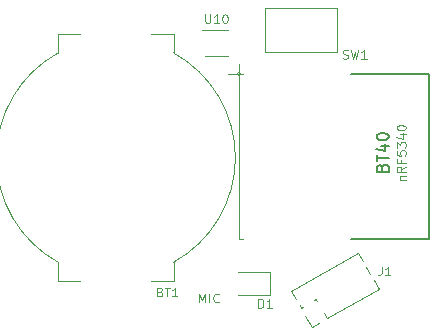
<source format=gbr>
G04 #@! TF.GenerationSoftware,KiCad,Pcbnew,5.1.9-73d0e3b20d~88~ubuntu20.04.1*
G04 #@! TF.CreationDate,2021-03-19T22:30:43+02:00*
G04 #@! TF.ProjectId,nRF5340-Wearable,6e524635-3334-4302-9d57-65617261626c,rev?*
G04 #@! TF.SameCoordinates,Original*
G04 #@! TF.FileFunction,Legend,Top*
G04 #@! TF.FilePolarity,Positive*
%FSLAX46Y46*%
G04 Gerber Fmt 4.6, Leading zero omitted, Abs format (unit mm)*
G04 Created by KiCad (PCBNEW 5.1.9-73d0e3b20d~88~ubuntu20.04.1) date 2021-03-19 22:30:43*
%MOMM*%
%LPD*%
G01*
G04 APERTURE LIST*
%ADD10C,0.100000*%
%ADD11C,0.127000*%
%ADD12C,0.120000*%
%ADD13C,0.150000*%
G04 APERTURE END LIST*
D10*
X84359285Y-68855714D02*
X84859285Y-68855714D01*
X84430714Y-68855714D02*
X84395000Y-68820000D01*
X84359285Y-68748571D01*
X84359285Y-68641428D01*
X84395000Y-68570000D01*
X84466428Y-68534285D01*
X84859285Y-68534285D01*
X84859285Y-67748571D02*
X84502142Y-67998571D01*
X84859285Y-68177142D02*
X84109285Y-68177142D01*
X84109285Y-67891428D01*
X84145000Y-67820000D01*
X84180714Y-67784285D01*
X84252142Y-67748571D01*
X84359285Y-67748571D01*
X84430714Y-67784285D01*
X84466428Y-67820000D01*
X84502142Y-67891428D01*
X84502142Y-68177142D01*
X84466428Y-67177142D02*
X84466428Y-67427142D01*
X84859285Y-67427142D02*
X84109285Y-67427142D01*
X84109285Y-67070000D01*
X84109285Y-66427142D02*
X84109285Y-66784285D01*
X84466428Y-66820000D01*
X84430714Y-66784285D01*
X84395000Y-66712857D01*
X84395000Y-66534285D01*
X84430714Y-66462857D01*
X84466428Y-66427142D01*
X84537857Y-66391428D01*
X84716428Y-66391428D01*
X84787857Y-66427142D01*
X84823571Y-66462857D01*
X84859285Y-66534285D01*
X84859285Y-66712857D01*
X84823571Y-66784285D01*
X84787857Y-66820000D01*
X84109285Y-66141428D02*
X84109285Y-65677142D01*
X84395000Y-65927142D01*
X84395000Y-65820000D01*
X84430714Y-65748571D01*
X84466428Y-65712857D01*
X84537857Y-65677142D01*
X84716428Y-65677142D01*
X84787857Y-65712857D01*
X84823571Y-65748571D01*
X84859285Y-65820000D01*
X84859285Y-66034285D01*
X84823571Y-66105714D01*
X84787857Y-66141428D01*
X84359285Y-65034285D02*
X84859285Y-65034285D01*
X84073571Y-65212857D02*
X84609285Y-65391428D01*
X84609285Y-64927142D01*
X84109285Y-64498571D02*
X84109285Y-64427142D01*
X84145000Y-64355714D01*
X84180714Y-64320000D01*
X84252142Y-64284285D01*
X84395000Y-64248571D01*
X84573571Y-64248571D01*
X84716428Y-64284285D01*
X84787857Y-64320000D01*
X84823571Y-64355714D01*
X84859285Y-64427142D01*
X84859285Y-64498571D01*
X84823571Y-64570000D01*
X84787857Y-64605714D01*
X84716428Y-64641428D01*
X84573571Y-64677142D01*
X84395000Y-64677142D01*
X84252142Y-64641428D01*
X84180714Y-64605714D01*
X84145000Y-64570000D01*
X84109285Y-64498571D01*
X67386428Y-79249285D02*
X67386428Y-78499285D01*
X67636428Y-79035000D01*
X67886428Y-78499285D01*
X67886428Y-79249285D01*
X68243571Y-79249285D02*
X68243571Y-78499285D01*
X69029285Y-79177857D02*
X68993571Y-79213571D01*
X68886428Y-79249285D01*
X68815000Y-79249285D01*
X68707857Y-79213571D01*
X68636428Y-79142142D01*
X68600714Y-79070714D01*
X68565000Y-78927857D01*
X68565000Y-78820714D01*
X68600714Y-78677857D01*
X68636428Y-78606428D01*
X68707857Y-78535000D01*
X68815000Y-78499285D01*
X68886428Y-78499285D01*
X68993571Y-78535000D01*
X69029285Y-78570714D01*
X70720000Y-59092440D02*
X70720000Y-59890000D01*
X70720000Y-59890000D02*
X70720000Y-72488400D01*
X70720000Y-72488400D02*
X70720000Y-72488400D01*
X70720000Y-72488400D02*
X70720000Y-59890000D01*
X69808140Y-59890000D02*
X70570140Y-59890000D01*
X70570140Y-59890000D02*
X70720000Y-59890000D01*
X70720000Y-59890000D02*
X71120000Y-59890000D01*
X71120000Y-73890480D02*
X70727620Y-73890480D01*
X86716920Y-73885400D02*
X80443120Y-73885400D01*
X86719460Y-73890480D02*
X86719460Y-73887940D01*
X70869860Y-59890000D02*
X70720000Y-59890000D01*
X70720000Y-59890000D02*
X70720000Y-59890000D01*
D11*
X80220000Y-59890000D02*
X86860000Y-59890000D01*
X86860000Y-73887940D02*
X80220000Y-73887940D01*
D10*
X70720000Y-73887940D02*
X70720000Y-59890000D01*
D11*
X86860000Y-59890000D02*
X86860000Y-73890000D01*
D10*
X70570140Y-59890000D02*
G75*
G03*
X70869860Y-59890000I149860J0D01*
G01*
X70869860Y-59890000D02*
G75*
G03*
X70570140Y-59890000I-149860J0D01*
G01*
D12*
X72950000Y-58050000D02*
X72950000Y-54350000D01*
X79070000Y-58050000D02*
X72950000Y-58050000D01*
X79070000Y-54350000D02*
X79070000Y-58050000D01*
X72950000Y-54350000D02*
X79070000Y-54350000D01*
X73365000Y-76690000D02*
X70680000Y-76690000D01*
X73365000Y-78610000D02*
X73365000Y-76690000D01*
X70680000Y-78610000D02*
X73365000Y-78610000D01*
X67620000Y-56190000D02*
X69820000Y-56190000D01*
X67840000Y-58390000D02*
X69810000Y-58390000D01*
X82566297Y-78091109D02*
X82155062Y-77378829D01*
X81212532Y-75746319D02*
X80801297Y-75034039D01*
X81847532Y-76846171D02*
X81520062Y-76278977D01*
X78223179Y-80598609D02*
X82566297Y-78091109D01*
X75198112Y-78269039D02*
X80801297Y-75034039D01*
X78223179Y-80598609D02*
X77939915Y-80107980D01*
X77376444Y-79132020D02*
X77304915Y-79008128D01*
X77231872Y-78988556D02*
X77107980Y-79060085D01*
X76132020Y-79623556D02*
X76018112Y-79689321D01*
X76018112Y-79689321D02*
X75916877Y-79513977D01*
X75609347Y-78981319D02*
X75198112Y-78269039D01*
X77565000Y-80978609D02*
X76906821Y-81358609D01*
X76906821Y-81358609D02*
X76341821Y-80380000D01*
X65215000Y-56520000D02*
X65215000Y-58127090D01*
X65215000Y-77460000D02*
X65215000Y-75852910D01*
X55445000Y-56520000D02*
X55445000Y-58127090D01*
X63330000Y-56520000D02*
X65215000Y-56520000D01*
X63330000Y-77460000D02*
X65215000Y-77460000D01*
X57330000Y-56520000D02*
X55445000Y-56520000D01*
X57330000Y-77460000D02*
X55445000Y-77460000D01*
X55445000Y-77460000D02*
X55445000Y-75852910D01*
X65211168Y-58124979D02*
G75*
G02*
X65215000Y-75852910I-4881168J-8865021D01*
G01*
X55445000Y-75852910D02*
G75*
G02*
X55445000Y-58127090I4885000J8862910D01*
G01*
D13*
X82888571Y-67841904D02*
X82936190Y-67699047D01*
X82983809Y-67651428D01*
X83079047Y-67603809D01*
X83221904Y-67603809D01*
X83317142Y-67651428D01*
X83364761Y-67699047D01*
X83412380Y-67794285D01*
X83412380Y-68175238D01*
X82412380Y-68175238D01*
X82412380Y-67841904D01*
X82460000Y-67746666D01*
X82507619Y-67699047D01*
X82602857Y-67651428D01*
X82698095Y-67651428D01*
X82793333Y-67699047D01*
X82840952Y-67746666D01*
X82888571Y-67841904D01*
X82888571Y-68175238D01*
X82412380Y-67318095D02*
X82412380Y-66746666D01*
X83412380Y-67032380D02*
X82412380Y-67032380D01*
X82745714Y-65984761D02*
X83412380Y-65984761D01*
X82364761Y-66222857D02*
X83079047Y-66460952D01*
X83079047Y-65841904D01*
X82412380Y-65270476D02*
X82412380Y-65175238D01*
X82460000Y-65080000D01*
X82507619Y-65032380D01*
X82602857Y-64984761D01*
X82793333Y-64937142D01*
X83031428Y-64937142D01*
X83221904Y-64984761D01*
X83317142Y-65032380D01*
X83364761Y-65080000D01*
X83412380Y-65175238D01*
X83412380Y-65270476D01*
X83364761Y-65365714D01*
X83317142Y-65413333D01*
X83221904Y-65460952D01*
X83031428Y-65508571D01*
X82793333Y-65508571D01*
X82602857Y-65460952D01*
X82507619Y-65413333D01*
X82460000Y-65365714D01*
X82412380Y-65270476D01*
D10*
X79550000Y-58593571D02*
X79657142Y-58629285D01*
X79835714Y-58629285D01*
X79907142Y-58593571D01*
X79942857Y-58557857D01*
X79978571Y-58486428D01*
X79978571Y-58415000D01*
X79942857Y-58343571D01*
X79907142Y-58307857D01*
X79835714Y-58272142D01*
X79692857Y-58236428D01*
X79621428Y-58200714D01*
X79585714Y-58165000D01*
X79550000Y-58093571D01*
X79550000Y-58022142D01*
X79585714Y-57950714D01*
X79621428Y-57915000D01*
X79692857Y-57879285D01*
X79871428Y-57879285D01*
X79978571Y-57915000D01*
X80228571Y-57879285D02*
X80407142Y-58629285D01*
X80550000Y-58093571D01*
X80692857Y-58629285D01*
X80871428Y-57879285D01*
X81550000Y-58629285D02*
X81121428Y-58629285D01*
X81335714Y-58629285D02*
X81335714Y-57879285D01*
X81264285Y-57986428D01*
X81192857Y-58057857D01*
X81121428Y-58093571D01*
X72396428Y-79709285D02*
X72396428Y-78959285D01*
X72575000Y-78959285D01*
X72682142Y-78995000D01*
X72753571Y-79066428D01*
X72789285Y-79137857D01*
X72825000Y-79280714D01*
X72825000Y-79387857D01*
X72789285Y-79530714D01*
X72753571Y-79602142D01*
X72682142Y-79673571D01*
X72575000Y-79709285D01*
X72396428Y-79709285D01*
X73539285Y-79709285D02*
X73110714Y-79709285D01*
X73325000Y-79709285D02*
X73325000Y-78959285D01*
X73253571Y-79066428D01*
X73182142Y-79137857D01*
X73110714Y-79173571D01*
X67891428Y-54854285D02*
X67891428Y-55461428D01*
X67927142Y-55532857D01*
X67962857Y-55568571D01*
X68034285Y-55604285D01*
X68177142Y-55604285D01*
X68248571Y-55568571D01*
X68284285Y-55532857D01*
X68320000Y-55461428D01*
X68320000Y-54854285D01*
X69070000Y-55604285D02*
X68641428Y-55604285D01*
X68855714Y-55604285D02*
X68855714Y-54854285D01*
X68784285Y-54961428D01*
X68712857Y-55032857D01*
X68641428Y-55068571D01*
X69534285Y-54854285D02*
X69605714Y-54854285D01*
X69677142Y-54890000D01*
X69712857Y-54925714D01*
X69748571Y-54997142D01*
X69784285Y-55140000D01*
X69784285Y-55318571D01*
X69748571Y-55461428D01*
X69712857Y-55532857D01*
X69677142Y-55568571D01*
X69605714Y-55604285D01*
X69534285Y-55604285D01*
X69462857Y-55568571D01*
X69427142Y-55532857D01*
X69391428Y-55461428D01*
X69355714Y-55318571D01*
X69355714Y-55140000D01*
X69391428Y-54997142D01*
X69427142Y-54925714D01*
X69462857Y-54890000D01*
X69534285Y-54854285D01*
X82820000Y-76219285D02*
X82820000Y-76755000D01*
X82784285Y-76862142D01*
X82712857Y-76933571D01*
X82605714Y-76969285D01*
X82534285Y-76969285D01*
X83570000Y-76969285D02*
X83141428Y-76969285D01*
X83355714Y-76969285D02*
X83355714Y-76219285D01*
X83284285Y-76326428D01*
X83212857Y-76397857D01*
X83141428Y-76433571D01*
X64080714Y-78356428D02*
X64187857Y-78392142D01*
X64223571Y-78427857D01*
X64259285Y-78499285D01*
X64259285Y-78606428D01*
X64223571Y-78677857D01*
X64187857Y-78713571D01*
X64116428Y-78749285D01*
X63830714Y-78749285D01*
X63830714Y-77999285D01*
X64080714Y-77999285D01*
X64152142Y-78035000D01*
X64187857Y-78070714D01*
X64223571Y-78142142D01*
X64223571Y-78213571D01*
X64187857Y-78285000D01*
X64152142Y-78320714D01*
X64080714Y-78356428D01*
X63830714Y-78356428D01*
X64473571Y-77999285D02*
X64902142Y-77999285D01*
X64687857Y-78749285D02*
X64687857Y-77999285D01*
X65545000Y-78749285D02*
X65116428Y-78749285D01*
X65330714Y-78749285D02*
X65330714Y-77999285D01*
X65259285Y-78106428D01*
X65187857Y-78177857D01*
X65116428Y-78213571D01*
M02*

</source>
